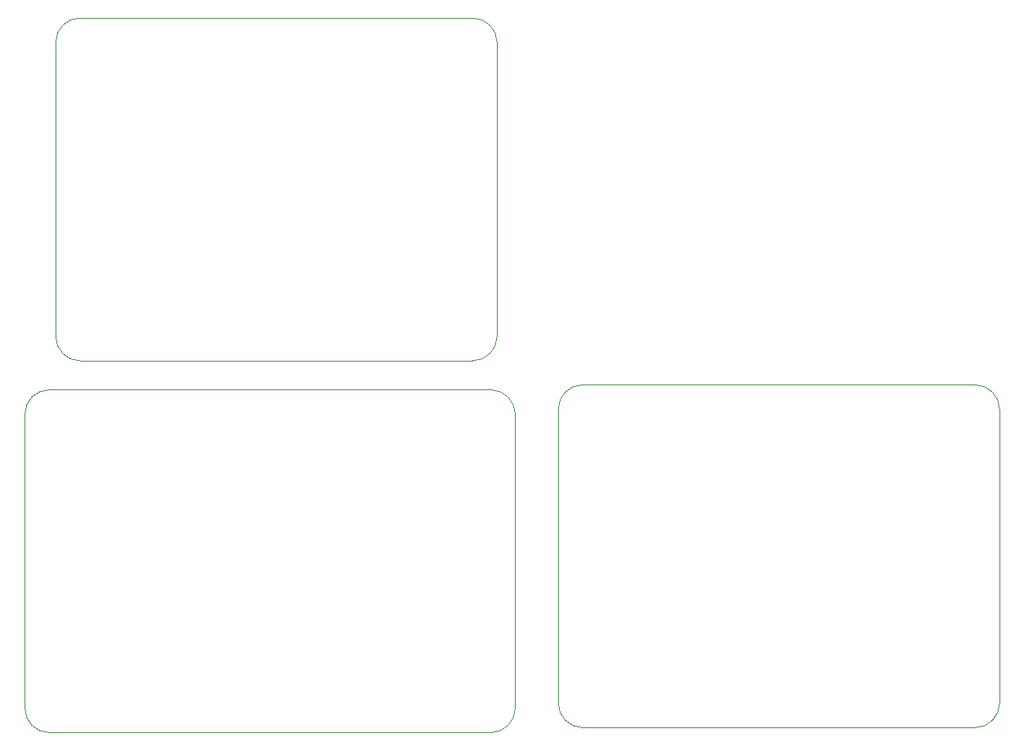
<source format=gbr>
%TF.GenerationSoftware,KiCad,Pcbnew,(6.0.2)*%
%TF.CreationDate,2022-12-05T07:17:16-05:00*%
%TF.ProjectId,Comms,436f6d6d-732e-46b6-9963-61645f706362,rev?*%
%TF.SameCoordinates,Original*%
%TF.FileFunction,Profile,NP*%
%FSLAX46Y46*%
G04 Gerber Fmt 4.6, Leading zero omitted, Abs format (unit mm)*
G04 Created by KiCad (PCBNEW (6.0.2)) date 2022-12-05 07:17:16*
%MOMM*%
%LPD*%
G01*
G04 APERTURE LIST*
%TA.AperFunction,Profile*%
%ADD10C,0.100000*%
%TD*%
G04 APERTURE END LIST*
D10*
X208280000Y-116840000D02*
G75*
G03*
X210820000Y-114300000I-1J2540001D01*
G01*
X109845000Y-114820000D02*
X109845000Y-84340000D01*
X158105000Y-117360000D02*
G75*
G03*
X160645000Y-114820000I-1J2540001D01*
G01*
X165100000Y-114300000D02*
X165100000Y-83820000D01*
X156220000Y-78795000D02*
G75*
G03*
X158760000Y-76255000I-1J2540001D01*
G01*
X112385000Y-81800000D02*
G75*
G03*
X109845000Y-84340000I1J-2540001D01*
G01*
X158760000Y-45775000D02*
X158760000Y-76255000D01*
X158760000Y-45775000D02*
G75*
G03*
X156220000Y-43235000I-2540001J-1D01*
G01*
X160645000Y-112280000D02*
X160645000Y-114820000D01*
X115580000Y-43235000D02*
G75*
G03*
X113040000Y-45775000I1J-2540001D01*
G01*
X112385000Y-81800000D02*
X158105000Y-81800000D01*
X109845000Y-114820000D02*
G75*
G03*
X112385000Y-117360000I2540001J1D01*
G01*
X160645000Y-84340000D02*
G75*
G03*
X158105000Y-81800000I-2540001J-1D01*
G01*
X115580000Y-43235000D02*
X133360000Y-43235000D01*
X158105000Y-117360000D02*
X112385000Y-117360000D01*
X167640000Y-81280000D02*
X185420000Y-81280000D01*
X133360000Y-43235000D02*
X156220000Y-43235000D01*
X160645000Y-84340000D02*
X160645000Y-112280000D01*
X185420000Y-81280000D02*
X208280000Y-81280000D01*
X113040000Y-76255000D02*
X113040000Y-45775000D01*
X167640000Y-81280000D02*
G75*
G03*
X165100000Y-83820000I1J-2540001D01*
G01*
X156220000Y-78795000D02*
X115580000Y-78795000D01*
X113040000Y-76255000D02*
G75*
G03*
X115580000Y-78795000I2540001J1D01*
G01*
X210820000Y-83820000D02*
G75*
G03*
X208280000Y-81280000I-2540001J-1D01*
G01*
X165100000Y-114300000D02*
G75*
G03*
X167640000Y-116840000I2540001J1D01*
G01*
X208280000Y-116840000D02*
X167640000Y-116840000D01*
X210820000Y-83820000D02*
X210820000Y-114300000D01*
M02*

</source>
